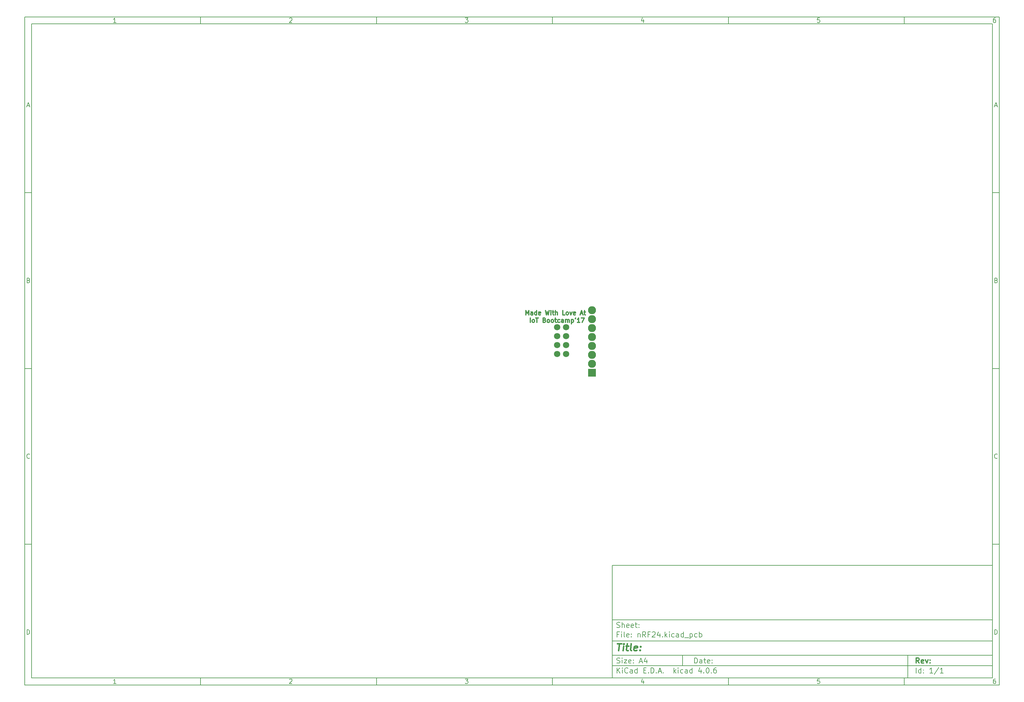
<source format=gbs>
G04 #@! TF.FileFunction,Soldermask,Bot*
%FSLAX46Y46*%
G04 Gerber Fmt 4.6, Leading zero omitted, Abs format (unit mm)*
G04 Created by KiCad (PCBNEW 4.0.6) date 06/21/17 09:44:37*
%MOMM*%
%LPD*%
G01*
G04 APERTURE LIST*
%ADD10C,0.100000*%
%ADD11C,0.150000*%
%ADD12C,0.300000*%
%ADD13C,0.400000*%
%ADD14R,2.279600X2.279600*%
%ADD15C,2.279600*%
%ADD16C,1.808000*%
G04 APERTURE END LIST*
D10*
D11*
X177002200Y-166007200D02*
X177002200Y-198007200D01*
X285002200Y-198007200D01*
X285002200Y-166007200D01*
X177002200Y-166007200D01*
D10*
D11*
X10000000Y-10000000D02*
X10000000Y-200007200D01*
X287002200Y-200007200D01*
X287002200Y-10000000D01*
X10000000Y-10000000D01*
D10*
D11*
X12000000Y-12000000D02*
X12000000Y-198007200D01*
X285002200Y-198007200D01*
X285002200Y-12000000D01*
X12000000Y-12000000D01*
D10*
D11*
X60000000Y-12000000D02*
X60000000Y-10000000D01*
D10*
D11*
X110000000Y-12000000D02*
X110000000Y-10000000D01*
D10*
D11*
X160000000Y-12000000D02*
X160000000Y-10000000D01*
D10*
D11*
X210000000Y-12000000D02*
X210000000Y-10000000D01*
D10*
D11*
X260000000Y-12000000D02*
X260000000Y-10000000D01*
D10*
D11*
X35990476Y-11588095D02*
X35247619Y-11588095D01*
X35619048Y-11588095D02*
X35619048Y-10288095D01*
X35495238Y-10473810D01*
X35371429Y-10597619D01*
X35247619Y-10659524D01*
D10*
D11*
X85247619Y-10411905D02*
X85309524Y-10350000D01*
X85433333Y-10288095D01*
X85742857Y-10288095D01*
X85866667Y-10350000D01*
X85928571Y-10411905D01*
X85990476Y-10535714D01*
X85990476Y-10659524D01*
X85928571Y-10845238D01*
X85185714Y-11588095D01*
X85990476Y-11588095D01*
D10*
D11*
X135185714Y-10288095D02*
X135990476Y-10288095D01*
X135557143Y-10783333D01*
X135742857Y-10783333D01*
X135866667Y-10845238D01*
X135928571Y-10907143D01*
X135990476Y-11030952D01*
X135990476Y-11340476D01*
X135928571Y-11464286D01*
X135866667Y-11526190D01*
X135742857Y-11588095D01*
X135371429Y-11588095D01*
X135247619Y-11526190D01*
X135185714Y-11464286D01*
D10*
D11*
X185866667Y-10721429D02*
X185866667Y-11588095D01*
X185557143Y-10226190D02*
X185247619Y-11154762D01*
X186052381Y-11154762D01*
D10*
D11*
X235928571Y-10288095D02*
X235309524Y-10288095D01*
X235247619Y-10907143D01*
X235309524Y-10845238D01*
X235433333Y-10783333D01*
X235742857Y-10783333D01*
X235866667Y-10845238D01*
X235928571Y-10907143D01*
X235990476Y-11030952D01*
X235990476Y-11340476D01*
X235928571Y-11464286D01*
X235866667Y-11526190D01*
X235742857Y-11588095D01*
X235433333Y-11588095D01*
X235309524Y-11526190D01*
X235247619Y-11464286D01*
D10*
D11*
X285866667Y-10288095D02*
X285619048Y-10288095D01*
X285495238Y-10350000D01*
X285433333Y-10411905D01*
X285309524Y-10597619D01*
X285247619Y-10845238D01*
X285247619Y-11340476D01*
X285309524Y-11464286D01*
X285371429Y-11526190D01*
X285495238Y-11588095D01*
X285742857Y-11588095D01*
X285866667Y-11526190D01*
X285928571Y-11464286D01*
X285990476Y-11340476D01*
X285990476Y-11030952D01*
X285928571Y-10907143D01*
X285866667Y-10845238D01*
X285742857Y-10783333D01*
X285495238Y-10783333D01*
X285371429Y-10845238D01*
X285309524Y-10907143D01*
X285247619Y-11030952D01*
D10*
D11*
X60000000Y-198007200D02*
X60000000Y-200007200D01*
D10*
D11*
X110000000Y-198007200D02*
X110000000Y-200007200D01*
D10*
D11*
X160000000Y-198007200D02*
X160000000Y-200007200D01*
D10*
D11*
X210000000Y-198007200D02*
X210000000Y-200007200D01*
D10*
D11*
X260000000Y-198007200D02*
X260000000Y-200007200D01*
D10*
D11*
X35990476Y-199595295D02*
X35247619Y-199595295D01*
X35619048Y-199595295D02*
X35619048Y-198295295D01*
X35495238Y-198481010D01*
X35371429Y-198604819D01*
X35247619Y-198666724D01*
D10*
D11*
X85247619Y-198419105D02*
X85309524Y-198357200D01*
X85433333Y-198295295D01*
X85742857Y-198295295D01*
X85866667Y-198357200D01*
X85928571Y-198419105D01*
X85990476Y-198542914D01*
X85990476Y-198666724D01*
X85928571Y-198852438D01*
X85185714Y-199595295D01*
X85990476Y-199595295D01*
D10*
D11*
X135185714Y-198295295D02*
X135990476Y-198295295D01*
X135557143Y-198790533D01*
X135742857Y-198790533D01*
X135866667Y-198852438D01*
X135928571Y-198914343D01*
X135990476Y-199038152D01*
X135990476Y-199347676D01*
X135928571Y-199471486D01*
X135866667Y-199533390D01*
X135742857Y-199595295D01*
X135371429Y-199595295D01*
X135247619Y-199533390D01*
X135185714Y-199471486D01*
D10*
D11*
X185866667Y-198728629D02*
X185866667Y-199595295D01*
X185557143Y-198233390D02*
X185247619Y-199161962D01*
X186052381Y-199161962D01*
D10*
D11*
X235928571Y-198295295D02*
X235309524Y-198295295D01*
X235247619Y-198914343D01*
X235309524Y-198852438D01*
X235433333Y-198790533D01*
X235742857Y-198790533D01*
X235866667Y-198852438D01*
X235928571Y-198914343D01*
X235990476Y-199038152D01*
X235990476Y-199347676D01*
X235928571Y-199471486D01*
X235866667Y-199533390D01*
X235742857Y-199595295D01*
X235433333Y-199595295D01*
X235309524Y-199533390D01*
X235247619Y-199471486D01*
D10*
D11*
X285866667Y-198295295D02*
X285619048Y-198295295D01*
X285495238Y-198357200D01*
X285433333Y-198419105D01*
X285309524Y-198604819D01*
X285247619Y-198852438D01*
X285247619Y-199347676D01*
X285309524Y-199471486D01*
X285371429Y-199533390D01*
X285495238Y-199595295D01*
X285742857Y-199595295D01*
X285866667Y-199533390D01*
X285928571Y-199471486D01*
X285990476Y-199347676D01*
X285990476Y-199038152D01*
X285928571Y-198914343D01*
X285866667Y-198852438D01*
X285742857Y-198790533D01*
X285495238Y-198790533D01*
X285371429Y-198852438D01*
X285309524Y-198914343D01*
X285247619Y-199038152D01*
D10*
D11*
X10000000Y-60000000D02*
X12000000Y-60000000D01*
D10*
D11*
X10000000Y-110000000D02*
X12000000Y-110000000D01*
D10*
D11*
X10000000Y-160000000D02*
X12000000Y-160000000D01*
D10*
D11*
X10690476Y-35216667D02*
X11309524Y-35216667D01*
X10566667Y-35588095D02*
X11000000Y-34288095D01*
X11433333Y-35588095D01*
D10*
D11*
X11092857Y-84907143D02*
X11278571Y-84969048D01*
X11340476Y-85030952D01*
X11402381Y-85154762D01*
X11402381Y-85340476D01*
X11340476Y-85464286D01*
X11278571Y-85526190D01*
X11154762Y-85588095D01*
X10659524Y-85588095D01*
X10659524Y-84288095D01*
X11092857Y-84288095D01*
X11216667Y-84350000D01*
X11278571Y-84411905D01*
X11340476Y-84535714D01*
X11340476Y-84659524D01*
X11278571Y-84783333D01*
X11216667Y-84845238D01*
X11092857Y-84907143D01*
X10659524Y-84907143D01*
D10*
D11*
X11402381Y-135464286D02*
X11340476Y-135526190D01*
X11154762Y-135588095D01*
X11030952Y-135588095D01*
X10845238Y-135526190D01*
X10721429Y-135402381D01*
X10659524Y-135278571D01*
X10597619Y-135030952D01*
X10597619Y-134845238D01*
X10659524Y-134597619D01*
X10721429Y-134473810D01*
X10845238Y-134350000D01*
X11030952Y-134288095D01*
X11154762Y-134288095D01*
X11340476Y-134350000D01*
X11402381Y-134411905D01*
D10*
D11*
X10659524Y-185588095D02*
X10659524Y-184288095D01*
X10969048Y-184288095D01*
X11154762Y-184350000D01*
X11278571Y-184473810D01*
X11340476Y-184597619D01*
X11402381Y-184845238D01*
X11402381Y-185030952D01*
X11340476Y-185278571D01*
X11278571Y-185402381D01*
X11154762Y-185526190D01*
X10969048Y-185588095D01*
X10659524Y-185588095D01*
D10*
D11*
X287002200Y-60000000D02*
X285002200Y-60000000D01*
D10*
D11*
X287002200Y-110000000D02*
X285002200Y-110000000D01*
D10*
D11*
X287002200Y-160000000D02*
X285002200Y-160000000D01*
D10*
D11*
X285692676Y-35216667D02*
X286311724Y-35216667D01*
X285568867Y-35588095D02*
X286002200Y-34288095D01*
X286435533Y-35588095D01*
D10*
D11*
X286095057Y-84907143D02*
X286280771Y-84969048D01*
X286342676Y-85030952D01*
X286404581Y-85154762D01*
X286404581Y-85340476D01*
X286342676Y-85464286D01*
X286280771Y-85526190D01*
X286156962Y-85588095D01*
X285661724Y-85588095D01*
X285661724Y-84288095D01*
X286095057Y-84288095D01*
X286218867Y-84350000D01*
X286280771Y-84411905D01*
X286342676Y-84535714D01*
X286342676Y-84659524D01*
X286280771Y-84783333D01*
X286218867Y-84845238D01*
X286095057Y-84907143D01*
X285661724Y-84907143D01*
D10*
D11*
X286404581Y-135464286D02*
X286342676Y-135526190D01*
X286156962Y-135588095D01*
X286033152Y-135588095D01*
X285847438Y-135526190D01*
X285723629Y-135402381D01*
X285661724Y-135278571D01*
X285599819Y-135030952D01*
X285599819Y-134845238D01*
X285661724Y-134597619D01*
X285723629Y-134473810D01*
X285847438Y-134350000D01*
X286033152Y-134288095D01*
X286156962Y-134288095D01*
X286342676Y-134350000D01*
X286404581Y-134411905D01*
D10*
D11*
X285661724Y-185588095D02*
X285661724Y-184288095D01*
X285971248Y-184288095D01*
X286156962Y-184350000D01*
X286280771Y-184473810D01*
X286342676Y-184597619D01*
X286404581Y-184845238D01*
X286404581Y-185030952D01*
X286342676Y-185278571D01*
X286280771Y-185402381D01*
X286156962Y-185526190D01*
X285971248Y-185588095D01*
X285661724Y-185588095D01*
D10*
D11*
X200359343Y-193785771D02*
X200359343Y-192285771D01*
X200716486Y-192285771D01*
X200930771Y-192357200D01*
X201073629Y-192500057D01*
X201145057Y-192642914D01*
X201216486Y-192928629D01*
X201216486Y-193142914D01*
X201145057Y-193428629D01*
X201073629Y-193571486D01*
X200930771Y-193714343D01*
X200716486Y-193785771D01*
X200359343Y-193785771D01*
X202502200Y-193785771D02*
X202502200Y-193000057D01*
X202430771Y-192857200D01*
X202287914Y-192785771D01*
X202002200Y-192785771D01*
X201859343Y-192857200D01*
X202502200Y-193714343D02*
X202359343Y-193785771D01*
X202002200Y-193785771D01*
X201859343Y-193714343D01*
X201787914Y-193571486D01*
X201787914Y-193428629D01*
X201859343Y-193285771D01*
X202002200Y-193214343D01*
X202359343Y-193214343D01*
X202502200Y-193142914D01*
X203002200Y-192785771D02*
X203573629Y-192785771D01*
X203216486Y-192285771D02*
X203216486Y-193571486D01*
X203287914Y-193714343D01*
X203430772Y-193785771D01*
X203573629Y-193785771D01*
X204645057Y-193714343D02*
X204502200Y-193785771D01*
X204216486Y-193785771D01*
X204073629Y-193714343D01*
X204002200Y-193571486D01*
X204002200Y-193000057D01*
X204073629Y-192857200D01*
X204216486Y-192785771D01*
X204502200Y-192785771D01*
X204645057Y-192857200D01*
X204716486Y-193000057D01*
X204716486Y-193142914D01*
X204002200Y-193285771D01*
X205359343Y-193642914D02*
X205430771Y-193714343D01*
X205359343Y-193785771D01*
X205287914Y-193714343D01*
X205359343Y-193642914D01*
X205359343Y-193785771D01*
X205359343Y-192857200D02*
X205430771Y-192928629D01*
X205359343Y-193000057D01*
X205287914Y-192928629D01*
X205359343Y-192857200D01*
X205359343Y-193000057D01*
D10*
D11*
X177002200Y-194507200D02*
X285002200Y-194507200D01*
D10*
D11*
X178359343Y-196585771D02*
X178359343Y-195085771D01*
X179216486Y-196585771D02*
X178573629Y-195728629D01*
X179216486Y-195085771D02*
X178359343Y-195942914D01*
X179859343Y-196585771D02*
X179859343Y-195585771D01*
X179859343Y-195085771D02*
X179787914Y-195157200D01*
X179859343Y-195228629D01*
X179930771Y-195157200D01*
X179859343Y-195085771D01*
X179859343Y-195228629D01*
X181430772Y-196442914D02*
X181359343Y-196514343D01*
X181145057Y-196585771D01*
X181002200Y-196585771D01*
X180787915Y-196514343D01*
X180645057Y-196371486D01*
X180573629Y-196228629D01*
X180502200Y-195942914D01*
X180502200Y-195728629D01*
X180573629Y-195442914D01*
X180645057Y-195300057D01*
X180787915Y-195157200D01*
X181002200Y-195085771D01*
X181145057Y-195085771D01*
X181359343Y-195157200D01*
X181430772Y-195228629D01*
X182716486Y-196585771D02*
X182716486Y-195800057D01*
X182645057Y-195657200D01*
X182502200Y-195585771D01*
X182216486Y-195585771D01*
X182073629Y-195657200D01*
X182716486Y-196514343D02*
X182573629Y-196585771D01*
X182216486Y-196585771D01*
X182073629Y-196514343D01*
X182002200Y-196371486D01*
X182002200Y-196228629D01*
X182073629Y-196085771D01*
X182216486Y-196014343D01*
X182573629Y-196014343D01*
X182716486Y-195942914D01*
X184073629Y-196585771D02*
X184073629Y-195085771D01*
X184073629Y-196514343D02*
X183930772Y-196585771D01*
X183645058Y-196585771D01*
X183502200Y-196514343D01*
X183430772Y-196442914D01*
X183359343Y-196300057D01*
X183359343Y-195871486D01*
X183430772Y-195728629D01*
X183502200Y-195657200D01*
X183645058Y-195585771D01*
X183930772Y-195585771D01*
X184073629Y-195657200D01*
X185930772Y-195800057D02*
X186430772Y-195800057D01*
X186645058Y-196585771D02*
X185930772Y-196585771D01*
X185930772Y-195085771D01*
X186645058Y-195085771D01*
X187287915Y-196442914D02*
X187359343Y-196514343D01*
X187287915Y-196585771D01*
X187216486Y-196514343D01*
X187287915Y-196442914D01*
X187287915Y-196585771D01*
X188002201Y-196585771D02*
X188002201Y-195085771D01*
X188359344Y-195085771D01*
X188573629Y-195157200D01*
X188716487Y-195300057D01*
X188787915Y-195442914D01*
X188859344Y-195728629D01*
X188859344Y-195942914D01*
X188787915Y-196228629D01*
X188716487Y-196371486D01*
X188573629Y-196514343D01*
X188359344Y-196585771D01*
X188002201Y-196585771D01*
X189502201Y-196442914D02*
X189573629Y-196514343D01*
X189502201Y-196585771D01*
X189430772Y-196514343D01*
X189502201Y-196442914D01*
X189502201Y-196585771D01*
X190145058Y-196157200D02*
X190859344Y-196157200D01*
X190002201Y-196585771D02*
X190502201Y-195085771D01*
X191002201Y-196585771D01*
X191502201Y-196442914D02*
X191573629Y-196514343D01*
X191502201Y-196585771D01*
X191430772Y-196514343D01*
X191502201Y-196442914D01*
X191502201Y-196585771D01*
X194502201Y-196585771D02*
X194502201Y-195085771D01*
X194645058Y-196014343D02*
X195073629Y-196585771D01*
X195073629Y-195585771D02*
X194502201Y-196157200D01*
X195716487Y-196585771D02*
X195716487Y-195585771D01*
X195716487Y-195085771D02*
X195645058Y-195157200D01*
X195716487Y-195228629D01*
X195787915Y-195157200D01*
X195716487Y-195085771D01*
X195716487Y-195228629D01*
X197073630Y-196514343D02*
X196930773Y-196585771D01*
X196645059Y-196585771D01*
X196502201Y-196514343D01*
X196430773Y-196442914D01*
X196359344Y-196300057D01*
X196359344Y-195871486D01*
X196430773Y-195728629D01*
X196502201Y-195657200D01*
X196645059Y-195585771D01*
X196930773Y-195585771D01*
X197073630Y-195657200D01*
X198359344Y-196585771D02*
X198359344Y-195800057D01*
X198287915Y-195657200D01*
X198145058Y-195585771D01*
X197859344Y-195585771D01*
X197716487Y-195657200D01*
X198359344Y-196514343D02*
X198216487Y-196585771D01*
X197859344Y-196585771D01*
X197716487Y-196514343D01*
X197645058Y-196371486D01*
X197645058Y-196228629D01*
X197716487Y-196085771D01*
X197859344Y-196014343D01*
X198216487Y-196014343D01*
X198359344Y-195942914D01*
X199716487Y-196585771D02*
X199716487Y-195085771D01*
X199716487Y-196514343D02*
X199573630Y-196585771D01*
X199287916Y-196585771D01*
X199145058Y-196514343D01*
X199073630Y-196442914D01*
X199002201Y-196300057D01*
X199002201Y-195871486D01*
X199073630Y-195728629D01*
X199145058Y-195657200D01*
X199287916Y-195585771D01*
X199573630Y-195585771D01*
X199716487Y-195657200D01*
X202216487Y-195585771D02*
X202216487Y-196585771D01*
X201859344Y-195014343D02*
X201502201Y-196085771D01*
X202430773Y-196085771D01*
X203002201Y-196442914D02*
X203073629Y-196514343D01*
X203002201Y-196585771D01*
X202930772Y-196514343D01*
X203002201Y-196442914D01*
X203002201Y-196585771D01*
X204002201Y-195085771D02*
X204145058Y-195085771D01*
X204287915Y-195157200D01*
X204359344Y-195228629D01*
X204430773Y-195371486D01*
X204502201Y-195657200D01*
X204502201Y-196014343D01*
X204430773Y-196300057D01*
X204359344Y-196442914D01*
X204287915Y-196514343D01*
X204145058Y-196585771D01*
X204002201Y-196585771D01*
X203859344Y-196514343D01*
X203787915Y-196442914D01*
X203716487Y-196300057D01*
X203645058Y-196014343D01*
X203645058Y-195657200D01*
X203716487Y-195371486D01*
X203787915Y-195228629D01*
X203859344Y-195157200D01*
X204002201Y-195085771D01*
X205145058Y-196442914D02*
X205216486Y-196514343D01*
X205145058Y-196585771D01*
X205073629Y-196514343D01*
X205145058Y-196442914D01*
X205145058Y-196585771D01*
X206502201Y-195085771D02*
X206216487Y-195085771D01*
X206073630Y-195157200D01*
X206002201Y-195228629D01*
X205859344Y-195442914D01*
X205787915Y-195728629D01*
X205787915Y-196300057D01*
X205859344Y-196442914D01*
X205930772Y-196514343D01*
X206073630Y-196585771D01*
X206359344Y-196585771D01*
X206502201Y-196514343D01*
X206573630Y-196442914D01*
X206645058Y-196300057D01*
X206645058Y-195942914D01*
X206573630Y-195800057D01*
X206502201Y-195728629D01*
X206359344Y-195657200D01*
X206073630Y-195657200D01*
X205930772Y-195728629D01*
X205859344Y-195800057D01*
X205787915Y-195942914D01*
D10*
D11*
X177002200Y-191507200D02*
X285002200Y-191507200D01*
D10*
D12*
X264216486Y-193785771D02*
X263716486Y-193071486D01*
X263359343Y-193785771D02*
X263359343Y-192285771D01*
X263930771Y-192285771D01*
X264073629Y-192357200D01*
X264145057Y-192428629D01*
X264216486Y-192571486D01*
X264216486Y-192785771D01*
X264145057Y-192928629D01*
X264073629Y-193000057D01*
X263930771Y-193071486D01*
X263359343Y-193071486D01*
X265430771Y-193714343D02*
X265287914Y-193785771D01*
X265002200Y-193785771D01*
X264859343Y-193714343D01*
X264787914Y-193571486D01*
X264787914Y-193000057D01*
X264859343Y-192857200D01*
X265002200Y-192785771D01*
X265287914Y-192785771D01*
X265430771Y-192857200D01*
X265502200Y-193000057D01*
X265502200Y-193142914D01*
X264787914Y-193285771D01*
X266002200Y-192785771D02*
X266359343Y-193785771D01*
X266716485Y-192785771D01*
X267287914Y-193642914D02*
X267359342Y-193714343D01*
X267287914Y-193785771D01*
X267216485Y-193714343D01*
X267287914Y-193642914D01*
X267287914Y-193785771D01*
X267287914Y-192857200D02*
X267359342Y-192928629D01*
X267287914Y-193000057D01*
X267216485Y-192928629D01*
X267287914Y-192857200D01*
X267287914Y-193000057D01*
D10*
D11*
X178287914Y-193714343D02*
X178502200Y-193785771D01*
X178859343Y-193785771D01*
X179002200Y-193714343D01*
X179073629Y-193642914D01*
X179145057Y-193500057D01*
X179145057Y-193357200D01*
X179073629Y-193214343D01*
X179002200Y-193142914D01*
X178859343Y-193071486D01*
X178573629Y-193000057D01*
X178430771Y-192928629D01*
X178359343Y-192857200D01*
X178287914Y-192714343D01*
X178287914Y-192571486D01*
X178359343Y-192428629D01*
X178430771Y-192357200D01*
X178573629Y-192285771D01*
X178930771Y-192285771D01*
X179145057Y-192357200D01*
X179787914Y-193785771D02*
X179787914Y-192785771D01*
X179787914Y-192285771D02*
X179716485Y-192357200D01*
X179787914Y-192428629D01*
X179859342Y-192357200D01*
X179787914Y-192285771D01*
X179787914Y-192428629D01*
X180359343Y-192785771D02*
X181145057Y-192785771D01*
X180359343Y-193785771D01*
X181145057Y-193785771D01*
X182287914Y-193714343D02*
X182145057Y-193785771D01*
X181859343Y-193785771D01*
X181716486Y-193714343D01*
X181645057Y-193571486D01*
X181645057Y-193000057D01*
X181716486Y-192857200D01*
X181859343Y-192785771D01*
X182145057Y-192785771D01*
X182287914Y-192857200D01*
X182359343Y-193000057D01*
X182359343Y-193142914D01*
X181645057Y-193285771D01*
X183002200Y-193642914D02*
X183073628Y-193714343D01*
X183002200Y-193785771D01*
X182930771Y-193714343D01*
X183002200Y-193642914D01*
X183002200Y-193785771D01*
X183002200Y-192857200D02*
X183073628Y-192928629D01*
X183002200Y-193000057D01*
X182930771Y-192928629D01*
X183002200Y-192857200D01*
X183002200Y-193000057D01*
X184787914Y-193357200D02*
X185502200Y-193357200D01*
X184645057Y-193785771D02*
X185145057Y-192285771D01*
X185645057Y-193785771D01*
X186787914Y-192785771D02*
X186787914Y-193785771D01*
X186430771Y-192214343D02*
X186073628Y-193285771D01*
X187002200Y-193285771D01*
D10*
D11*
X263359343Y-196585771D02*
X263359343Y-195085771D01*
X264716486Y-196585771D02*
X264716486Y-195085771D01*
X264716486Y-196514343D02*
X264573629Y-196585771D01*
X264287915Y-196585771D01*
X264145057Y-196514343D01*
X264073629Y-196442914D01*
X264002200Y-196300057D01*
X264002200Y-195871486D01*
X264073629Y-195728629D01*
X264145057Y-195657200D01*
X264287915Y-195585771D01*
X264573629Y-195585771D01*
X264716486Y-195657200D01*
X265430772Y-196442914D02*
X265502200Y-196514343D01*
X265430772Y-196585771D01*
X265359343Y-196514343D01*
X265430772Y-196442914D01*
X265430772Y-196585771D01*
X265430772Y-195657200D02*
X265502200Y-195728629D01*
X265430772Y-195800057D01*
X265359343Y-195728629D01*
X265430772Y-195657200D01*
X265430772Y-195800057D01*
X268073629Y-196585771D02*
X267216486Y-196585771D01*
X267645058Y-196585771D02*
X267645058Y-195085771D01*
X267502201Y-195300057D01*
X267359343Y-195442914D01*
X267216486Y-195514343D01*
X269787914Y-195014343D02*
X268502200Y-196942914D01*
X271073629Y-196585771D02*
X270216486Y-196585771D01*
X270645058Y-196585771D02*
X270645058Y-195085771D01*
X270502201Y-195300057D01*
X270359343Y-195442914D01*
X270216486Y-195514343D01*
D10*
D11*
X177002200Y-187507200D02*
X285002200Y-187507200D01*
D10*
D13*
X178454581Y-188211962D02*
X179597438Y-188211962D01*
X178776010Y-190211962D02*
X179026010Y-188211962D01*
X180014105Y-190211962D02*
X180180771Y-188878629D01*
X180264105Y-188211962D02*
X180156962Y-188307200D01*
X180240295Y-188402438D01*
X180347439Y-188307200D01*
X180264105Y-188211962D01*
X180240295Y-188402438D01*
X180847438Y-188878629D02*
X181609343Y-188878629D01*
X181216486Y-188211962D02*
X181002200Y-189926248D01*
X181073630Y-190116724D01*
X181252201Y-190211962D01*
X181442677Y-190211962D01*
X182395058Y-190211962D02*
X182216487Y-190116724D01*
X182145057Y-189926248D01*
X182359343Y-188211962D01*
X183930772Y-190116724D02*
X183728391Y-190211962D01*
X183347439Y-190211962D01*
X183168867Y-190116724D01*
X183097438Y-189926248D01*
X183192676Y-189164343D01*
X183311724Y-188973867D01*
X183514105Y-188878629D01*
X183895057Y-188878629D01*
X184073629Y-188973867D01*
X184145057Y-189164343D01*
X184121248Y-189354819D01*
X183145057Y-189545295D01*
X184895057Y-190021486D02*
X184978392Y-190116724D01*
X184871248Y-190211962D01*
X184787915Y-190116724D01*
X184895057Y-190021486D01*
X184871248Y-190211962D01*
X185026010Y-188973867D02*
X185109344Y-189069105D01*
X185002200Y-189164343D01*
X184918867Y-189069105D01*
X185026010Y-188973867D01*
X185002200Y-189164343D01*
D10*
D11*
X178859343Y-185600057D02*
X178359343Y-185600057D01*
X178359343Y-186385771D02*
X178359343Y-184885771D01*
X179073629Y-184885771D01*
X179645057Y-186385771D02*
X179645057Y-185385771D01*
X179645057Y-184885771D02*
X179573628Y-184957200D01*
X179645057Y-185028629D01*
X179716485Y-184957200D01*
X179645057Y-184885771D01*
X179645057Y-185028629D01*
X180573629Y-186385771D02*
X180430771Y-186314343D01*
X180359343Y-186171486D01*
X180359343Y-184885771D01*
X181716485Y-186314343D02*
X181573628Y-186385771D01*
X181287914Y-186385771D01*
X181145057Y-186314343D01*
X181073628Y-186171486D01*
X181073628Y-185600057D01*
X181145057Y-185457200D01*
X181287914Y-185385771D01*
X181573628Y-185385771D01*
X181716485Y-185457200D01*
X181787914Y-185600057D01*
X181787914Y-185742914D01*
X181073628Y-185885771D01*
X182430771Y-186242914D02*
X182502199Y-186314343D01*
X182430771Y-186385771D01*
X182359342Y-186314343D01*
X182430771Y-186242914D01*
X182430771Y-186385771D01*
X182430771Y-185457200D02*
X182502199Y-185528629D01*
X182430771Y-185600057D01*
X182359342Y-185528629D01*
X182430771Y-185457200D01*
X182430771Y-185600057D01*
X184287914Y-185385771D02*
X184287914Y-186385771D01*
X184287914Y-185528629D02*
X184359342Y-185457200D01*
X184502200Y-185385771D01*
X184716485Y-185385771D01*
X184859342Y-185457200D01*
X184930771Y-185600057D01*
X184930771Y-186385771D01*
X186502200Y-186385771D02*
X186002200Y-185671486D01*
X185645057Y-186385771D02*
X185645057Y-184885771D01*
X186216485Y-184885771D01*
X186359343Y-184957200D01*
X186430771Y-185028629D01*
X186502200Y-185171486D01*
X186502200Y-185385771D01*
X186430771Y-185528629D01*
X186359343Y-185600057D01*
X186216485Y-185671486D01*
X185645057Y-185671486D01*
X187645057Y-185600057D02*
X187145057Y-185600057D01*
X187145057Y-186385771D02*
X187145057Y-184885771D01*
X187859343Y-184885771D01*
X188359342Y-185028629D02*
X188430771Y-184957200D01*
X188573628Y-184885771D01*
X188930771Y-184885771D01*
X189073628Y-184957200D01*
X189145057Y-185028629D01*
X189216485Y-185171486D01*
X189216485Y-185314343D01*
X189145057Y-185528629D01*
X188287914Y-186385771D01*
X189216485Y-186385771D01*
X190502199Y-185385771D02*
X190502199Y-186385771D01*
X190145056Y-184814343D02*
X189787913Y-185885771D01*
X190716485Y-185885771D01*
X191287913Y-186242914D02*
X191359341Y-186314343D01*
X191287913Y-186385771D01*
X191216484Y-186314343D01*
X191287913Y-186242914D01*
X191287913Y-186385771D01*
X192002199Y-186385771D02*
X192002199Y-184885771D01*
X192145056Y-185814343D02*
X192573627Y-186385771D01*
X192573627Y-185385771D02*
X192002199Y-185957200D01*
X193216485Y-186385771D02*
X193216485Y-185385771D01*
X193216485Y-184885771D02*
X193145056Y-184957200D01*
X193216485Y-185028629D01*
X193287913Y-184957200D01*
X193216485Y-184885771D01*
X193216485Y-185028629D01*
X194573628Y-186314343D02*
X194430771Y-186385771D01*
X194145057Y-186385771D01*
X194002199Y-186314343D01*
X193930771Y-186242914D01*
X193859342Y-186100057D01*
X193859342Y-185671486D01*
X193930771Y-185528629D01*
X194002199Y-185457200D01*
X194145057Y-185385771D01*
X194430771Y-185385771D01*
X194573628Y-185457200D01*
X195859342Y-186385771D02*
X195859342Y-185600057D01*
X195787913Y-185457200D01*
X195645056Y-185385771D01*
X195359342Y-185385771D01*
X195216485Y-185457200D01*
X195859342Y-186314343D02*
X195716485Y-186385771D01*
X195359342Y-186385771D01*
X195216485Y-186314343D01*
X195145056Y-186171486D01*
X195145056Y-186028629D01*
X195216485Y-185885771D01*
X195359342Y-185814343D01*
X195716485Y-185814343D01*
X195859342Y-185742914D01*
X197216485Y-186385771D02*
X197216485Y-184885771D01*
X197216485Y-186314343D02*
X197073628Y-186385771D01*
X196787914Y-186385771D01*
X196645056Y-186314343D01*
X196573628Y-186242914D01*
X196502199Y-186100057D01*
X196502199Y-185671486D01*
X196573628Y-185528629D01*
X196645056Y-185457200D01*
X196787914Y-185385771D01*
X197073628Y-185385771D01*
X197216485Y-185457200D01*
X197573628Y-186528629D02*
X198716485Y-186528629D01*
X199073628Y-185385771D02*
X199073628Y-186885771D01*
X199073628Y-185457200D02*
X199216485Y-185385771D01*
X199502199Y-185385771D01*
X199645056Y-185457200D01*
X199716485Y-185528629D01*
X199787914Y-185671486D01*
X199787914Y-186100057D01*
X199716485Y-186242914D01*
X199645056Y-186314343D01*
X199502199Y-186385771D01*
X199216485Y-186385771D01*
X199073628Y-186314343D01*
X201073628Y-186314343D02*
X200930771Y-186385771D01*
X200645057Y-186385771D01*
X200502199Y-186314343D01*
X200430771Y-186242914D01*
X200359342Y-186100057D01*
X200359342Y-185671486D01*
X200430771Y-185528629D01*
X200502199Y-185457200D01*
X200645057Y-185385771D01*
X200930771Y-185385771D01*
X201073628Y-185457200D01*
X201716485Y-186385771D02*
X201716485Y-184885771D01*
X201716485Y-185457200D02*
X201859342Y-185385771D01*
X202145056Y-185385771D01*
X202287913Y-185457200D01*
X202359342Y-185528629D01*
X202430771Y-185671486D01*
X202430771Y-186100057D01*
X202359342Y-186242914D01*
X202287913Y-186314343D01*
X202145056Y-186385771D01*
X201859342Y-186385771D01*
X201716485Y-186314343D01*
D10*
D11*
X177002200Y-181507200D02*
X285002200Y-181507200D01*
D10*
D11*
X178287914Y-183614343D02*
X178502200Y-183685771D01*
X178859343Y-183685771D01*
X179002200Y-183614343D01*
X179073629Y-183542914D01*
X179145057Y-183400057D01*
X179145057Y-183257200D01*
X179073629Y-183114343D01*
X179002200Y-183042914D01*
X178859343Y-182971486D01*
X178573629Y-182900057D01*
X178430771Y-182828629D01*
X178359343Y-182757200D01*
X178287914Y-182614343D01*
X178287914Y-182471486D01*
X178359343Y-182328629D01*
X178430771Y-182257200D01*
X178573629Y-182185771D01*
X178930771Y-182185771D01*
X179145057Y-182257200D01*
X179787914Y-183685771D02*
X179787914Y-182185771D01*
X180430771Y-183685771D02*
X180430771Y-182900057D01*
X180359342Y-182757200D01*
X180216485Y-182685771D01*
X180002200Y-182685771D01*
X179859342Y-182757200D01*
X179787914Y-182828629D01*
X181716485Y-183614343D02*
X181573628Y-183685771D01*
X181287914Y-183685771D01*
X181145057Y-183614343D01*
X181073628Y-183471486D01*
X181073628Y-182900057D01*
X181145057Y-182757200D01*
X181287914Y-182685771D01*
X181573628Y-182685771D01*
X181716485Y-182757200D01*
X181787914Y-182900057D01*
X181787914Y-183042914D01*
X181073628Y-183185771D01*
X183002199Y-183614343D02*
X182859342Y-183685771D01*
X182573628Y-183685771D01*
X182430771Y-183614343D01*
X182359342Y-183471486D01*
X182359342Y-182900057D01*
X182430771Y-182757200D01*
X182573628Y-182685771D01*
X182859342Y-182685771D01*
X183002199Y-182757200D01*
X183073628Y-182900057D01*
X183073628Y-183042914D01*
X182359342Y-183185771D01*
X183502199Y-182685771D02*
X184073628Y-182685771D01*
X183716485Y-182185771D02*
X183716485Y-183471486D01*
X183787913Y-183614343D01*
X183930771Y-183685771D01*
X184073628Y-183685771D01*
X184573628Y-183542914D02*
X184645056Y-183614343D01*
X184573628Y-183685771D01*
X184502199Y-183614343D01*
X184573628Y-183542914D01*
X184573628Y-183685771D01*
X184573628Y-182757200D02*
X184645056Y-182828629D01*
X184573628Y-182900057D01*
X184502199Y-182828629D01*
X184573628Y-182757200D01*
X184573628Y-182900057D01*
D10*
D11*
X197002200Y-191507200D02*
X197002200Y-194507200D01*
D10*
D11*
X261002200Y-191507200D02*
X261002200Y-198007200D01*
D12*
X152419669Y-94729167D02*
X152419669Y-93483167D01*
X152835002Y-94373167D01*
X153250335Y-93483167D01*
X153250335Y-94729167D01*
X154377669Y-94729167D02*
X154377669Y-94076500D01*
X154318335Y-93957833D01*
X154199669Y-93898500D01*
X153962335Y-93898500D01*
X153843669Y-93957833D01*
X154377669Y-94669833D02*
X154259002Y-94729167D01*
X153962335Y-94729167D01*
X153843669Y-94669833D01*
X153784335Y-94551167D01*
X153784335Y-94432500D01*
X153843669Y-94313833D01*
X153962335Y-94254500D01*
X154259002Y-94254500D01*
X154377669Y-94195167D01*
X155505002Y-94729167D02*
X155505002Y-93483167D01*
X155505002Y-94669833D02*
X155386335Y-94729167D01*
X155149002Y-94729167D01*
X155030335Y-94669833D01*
X154971002Y-94610500D01*
X154911668Y-94491833D01*
X154911668Y-94135833D01*
X154971002Y-94017167D01*
X155030335Y-93957833D01*
X155149002Y-93898500D01*
X155386335Y-93898500D01*
X155505002Y-93957833D01*
X156573001Y-94669833D02*
X156454335Y-94729167D01*
X156217001Y-94729167D01*
X156098335Y-94669833D01*
X156039001Y-94551167D01*
X156039001Y-94076500D01*
X156098335Y-93957833D01*
X156217001Y-93898500D01*
X156454335Y-93898500D01*
X156573001Y-93957833D01*
X156632335Y-94076500D01*
X156632335Y-94195167D01*
X156039001Y-94313833D01*
X157997001Y-93483167D02*
X158293668Y-94729167D01*
X158531001Y-93839167D01*
X158768334Y-94729167D01*
X159065001Y-93483167D01*
X159539668Y-94729167D02*
X159539668Y-93898500D01*
X159539668Y-93483167D02*
X159480334Y-93542500D01*
X159539668Y-93601833D01*
X159599001Y-93542500D01*
X159539668Y-93483167D01*
X159539668Y-93601833D01*
X159955001Y-93898500D02*
X160429667Y-93898500D01*
X160133001Y-93483167D02*
X160133001Y-94551167D01*
X160192334Y-94669833D01*
X160311001Y-94729167D01*
X160429667Y-94729167D01*
X160845001Y-94729167D02*
X160845001Y-93483167D01*
X161379001Y-94729167D02*
X161379001Y-94076500D01*
X161319667Y-93957833D01*
X161201001Y-93898500D01*
X161023001Y-93898500D01*
X160904334Y-93957833D01*
X160845001Y-94017167D01*
X163515000Y-94729167D02*
X162921667Y-94729167D01*
X162921667Y-93483167D01*
X164108334Y-94729167D02*
X163989667Y-94669833D01*
X163930334Y-94610500D01*
X163871000Y-94491833D01*
X163871000Y-94135833D01*
X163930334Y-94017167D01*
X163989667Y-93957833D01*
X164108334Y-93898500D01*
X164286334Y-93898500D01*
X164405000Y-93957833D01*
X164464334Y-94017167D01*
X164523667Y-94135833D01*
X164523667Y-94491833D01*
X164464334Y-94610500D01*
X164405000Y-94669833D01*
X164286334Y-94729167D01*
X164108334Y-94729167D01*
X164939000Y-93898500D02*
X165235667Y-94729167D01*
X165532333Y-93898500D01*
X166481666Y-94669833D02*
X166363000Y-94729167D01*
X166125666Y-94729167D01*
X166007000Y-94669833D01*
X165947666Y-94551167D01*
X165947666Y-94076500D01*
X166007000Y-93957833D01*
X166125666Y-93898500D01*
X166363000Y-93898500D01*
X166481666Y-93957833D01*
X166541000Y-94076500D01*
X166541000Y-94195167D01*
X165947666Y-94313833D01*
X167964999Y-94373167D02*
X168558333Y-94373167D01*
X167846333Y-94729167D02*
X168261666Y-93483167D01*
X168676999Y-94729167D01*
X168914333Y-93898500D02*
X169388999Y-93898500D01*
X169092333Y-93483167D02*
X169092333Y-94551167D01*
X169151666Y-94669833D01*
X169270333Y-94729167D01*
X169388999Y-94729167D01*
X153695335Y-96898167D02*
X153695335Y-95652167D01*
X154466668Y-96898167D02*
X154348001Y-96838833D01*
X154288668Y-96779500D01*
X154229334Y-96660833D01*
X154229334Y-96304833D01*
X154288668Y-96186167D01*
X154348001Y-96126833D01*
X154466668Y-96067500D01*
X154644668Y-96067500D01*
X154763334Y-96126833D01*
X154822668Y-96186167D01*
X154882001Y-96304833D01*
X154882001Y-96660833D01*
X154822668Y-96779500D01*
X154763334Y-96838833D01*
X154644668Y-96898167D01*
X154466668Y-96898167D01*
X155238001Y-95652167D02*
X155950001Y-95652167D01*
X155594001Y-96898167D02*
X155594001Y-95652167D01*
X157730000Y-96245500D02*
X157908000Y-96304833D01*
X157967333Y-96364167D01*
X158026667Y-96482833D01*
X158026667Y-96660833D01*
X157967333Y-96779500D01*
X157908000Y-96838833D01*
X157789333Y-96898167D01*
X157314667Y-96898167D01*
X157314667Y-95652167D01*
X157730000Y-95652167D01*
X157848667Y-95711500D01*
X157908000Y-95770833D01*
X157967333Y-95889500D01*
X157967333Y-96008167D01*
X157908000Y-96126833D01*
X157848667Y-96186167D01*
X157730000Y-96245500D01*
X157314667Y-96245500D01*
X158738667Y-96898167D02*
X158620000Y-96838833D01*
X158560667Y-96779500D01*
X158501333Y-96660833D01*
X158501333Y-96304833D01*
X158560667Y-96186167D01*
X158620000Y-96126833D01*
X158738667Y-96067500D01*
X158916667Y-96067500D01*
X159035333Y-96126833D01*
X159094667Y-96186167D01*
X159154000Y-96304833D01*
X159154000Y-96660833D01*
X159094667Y-96779500D01*
X159035333Y-96838833D01*
X158916667Y-96898167D01*
X158738667Y-96898167D01*
X159866000Y-96898167D02*
X159747333Y-96838833D01*
X159688000Y-96779500D01*
X159628666Y-96660833D01*
X159628666Y-96304833D01*
X159688000Y-96186167D01*
X159747333Y-96126833D01*
X159866000Y-96067500D01*
X160044000Y-96067500D01*
X160162666Y-96126833D01*
X160222000Y-96186167D01*
X160281333Y-96304833D01*
X160281333Y-96660833D01*
X160222000Y-96779500D01*
X160162666Y-96838833D01*
X160044000Y-96898167D01*
X159866000Y-96898167D01*
X160637333Y-96067500D02*
X161111999Y-96067500D01*
X160815333Y-95652167D02*
X160815333Y-96720167D01*
X160874666Y-96838833D01*
X160993333Y-96898167D01*
X161111999Y-96898167D01*
X162061333Y-96838833D02*
X161942666Y-96898167D01*
X161705333Y-96898167D01*
X161586666Y-96838833D01*
X161527333Y-96779500D01*
X161467999Y-96660833D01*
X161467999Y-96304833D01*
X161527333Y-96186167D01*
X161586666Y-96126833D01*
X161705333Y-96067500D01*
X161942666Y-96067500D01*
X162061333Y-96126833D01*
X163129333Y-96898167D02*
X163129333Y-96245500D01*
X163069999Y-96126833D01*
X162951333Y-96067500D01*
X162713999Y-96067500D01*
X162595333Y-96126833D01*
X163129333Y-96838833D02*
X163010666Y-96898167D01*
X162713999Y-96898167D01*
X162595333Y-96838833D01*
X162535999Y-96720167D01*
X162535999Y-96601500D01*
X162595333Y-96482833D01*
X162713999Y-96423500D01*
X163010666Y-96423500D01*
X163129333Y-96364167D01*
X163722666Y-96898167D02*
X163722666Y-96067500D01*
X163722666Y-96186167D02*
X163781999Y-96126833D01*
X163900666Y-96067500D01*
X164078666Y-96067500D01*
X164197332Y-96126833D01*
X164256666Y-96245500D01*
X164256666Y-96898167D01*
X164256666Y-96245500D02*
X164315999Y-96126833D01*
X164434666Y-96067500D01*
X164612666Y-96067500D01*
X164731332Y-96126833D01*
X164790666Y-96245500D01*
X164790666Y-96898167D01*
X165383999Y-96067500D02*
X165383999Y-97313500D01*
X165383999Y-96126833D02*
X165502665Y-96067500D01*
X165739999Y-96067500D01*
X165858665Y-96126833D01*
X165917999Y-96186167D01*
X165977332Y-96304833D01*
X165977332Y-96660833D01*
X165917999Y-96779500D01*
X165858665Y-96838833D01*
X165739999Y-96898167D01*
X165502665Y-96898167D01*
X165383999Y-96838833D01*
X166570665Y-95652167D02*
X166451998Y-95889500D01*
X167757331Y-96898167D02*
X167045331Y-96898167D01*
X167401331Y-96898167D02*
X167401331Y-95652167D01*
X167282665Y-95830167D01*
X167163998Y-95948833D01*
X167045331Y-96008167D01*
X168172665Y-95652167D02*
X169003332Y-95652167D01*
X168469332Y-96898167D01*
D14*
X171210000Y-111195000D03*
D15*
X171210000Y-108655000D03*
X171210000Y-106115000D03*
X171210000Y-103575000D03*
X171210000Y-101035000D03*
X171210000Y-98495000D03*
X171210000Y-95955000D03*
X171210000Y-93415000D03*
D16*
X163840259Y-105870701D03*
X161300259Y-105870701D03*
X163840259Y-103330701D03*
X161300259Y-103330701D03*
X163840259Y-100790701D03*
X161300259Y-100790701D03*
X163840259Y-98250701D03*
X161300259Y-98250701D03*
M02*

</source>
